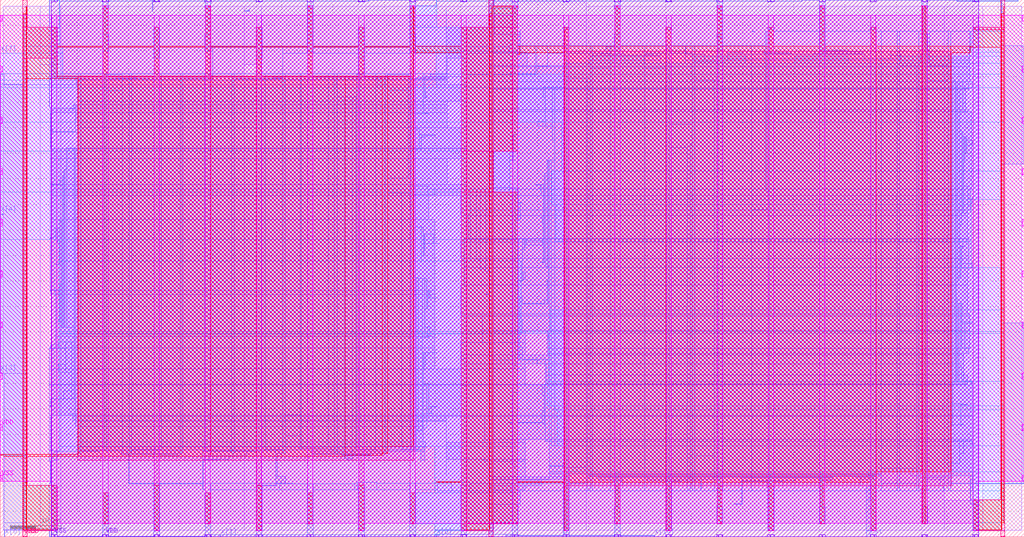
<source format=lef>
VERSION 5.8 ;
BUSBITCHARS "[]" ;
DIVIDERCHAR "/" ;
UNITS
    DATABASE MICRONS 2000 ;
END UNITS

VIA via1_2_560_340_1_1_300_300
  VIARULE Via1Array-0 ;
  CUTSIZE 0.07 0.07 ;
  LAYERS metal1 via1 metal2 ;
  CUTSPACING 0.08 0.08 ;
  ENCLOSURE 0.105 0.05 0.035 0.035 ;
END via1_2_560_340_1_1_300_300

VIA via2_3_560_340_1_1_320_320
  VIARULE Via2Array-0 ;
  CUTSIZE 0.07 0.07 ;
  LAYERS metal2 via2 metal3 ;
  CUTSPACING 0.09 0.09 ;
  ENCLOSURE 0.035 0.035 0.035 0.035 ;
END via2_3_560_340_1_1_320_320

VIA via3_4_560_340_1_1_320_320
  VIARULE Via3Array-0 ;
  CUTSIZE 0.07 0.07 ;
  LAYERS metal3 via3 metal4 ;
  CUTSPACING 0.09 0.09 ;
  ENCLOSURE 0.035 0.035 0.035 0.035 ;
END via3_4_560_340_1_1_320_320

VIA via4_5_560_340_1_1_600_600
  VIARULE Via4Array-0 ;
  CUTSIZE 0.14 0.14 ;
  LAYERS metal4 via4 metal5 ;
  CUTSPACING 0.16 0.16 ;
  ENCLOSURE 0 0 0 0 ;
END via4_5_560_340_1_1_600_600

VIA via5_6_560_340_1_1_600_600
  VIARULE Via5Array-0 ;
  CUTSIZE 0.14 0.14 ;
  LAYERS metal5 via5 metal6 ;
  CUTSPACING 0.16 0.16 ;
  ENCLOSURE 0 0 0.07 0 ;
END via5_6_560_340_1_1_600_600

VIA via1_2_2400_340_1_8_300_300
  VIARULE Via1Array-0 ;
  CUTSIZE 0.07 0.07 ;
  LAYERS metal1 via1 metal2 ;
  CUTSPACING 0.08 0.08 ;
  ENCLOSURE 0.04 0.05 0.035 0.035 ;
  ROWCOL 1 8 ;
END via1_2_2400_340_1_8_300_300

VIA via2_3_2400_920_3_7_320_320
  VIARULE Via2Array-0 ;
  CUTSIZE 0.07 0.07 ;
  LAYERS metal2 via2 metal3 ;
  CUTSPACING 0.09 0.09 ;
  ENCLOSURE 0.035 0.035 0.035 0.035 ;
  ROWCOL 3 7 ;
END via2_3_2400_920_3_7_320_320

VIA via3_4_2400_920_3_7_320_320
  VIARULE Via3Array-0 ;
  CUTSIZE 0.07 0.07 ;
  LAYERS metal3 via3 metal4 ;
  CUTSPACING 0.09 0.09 ;
  ENCLOSURE 0.035 0.035 0.035 0.035 ;
  ROWCOL 3 7 ;
END via3_4_2400_920_3_7_320_320

VIA via4_5_2400_920_2_4_600_600
  VIARULE Via4Array-0 ;
  CUTSIZE 0.14 0.14 ;
  LAYERS metal4 via4 metal5 ;
  CUTSPACING 0.16 0.16 ;
  ENCLOSURE 0 0 0 0 ;
  ROWCOL 2 4 ;
END via4_5_2400_920_2_4_600_600

VIA via5_6_2400_1120_2_4_600_600
  VIARULE Via5Array-0 ;
  CUTSIZE 0.14 0.14 ;
  LAYERS metal5 via5 metal6 ;
  CUTSPACING 0.16 0.16 ;
  ENCLOSURE 0 0 0 0 ;
  ROWCOL 2 4 ;
END via5_6_2400_1120_2_4_600_600

VIA via6_7_2400_1120_1_3_600_600
  VIARULE Via6Array-0 ;
  CUTSIZE 0.14 0.14 ;
  LAYERS metal6 via6 metal7 ;
  CUTSPACING 0.16 0.16 ;
  ENCLOSURE 0 0 0.13 0.13 ;
  ROWCOL 1 3 ;
END via6_7_2400_1120_1_3_600_600

VIA via7_8_2400_1320_1_1_1680_1680
  VIARULE Via7Array-0 ;
  CUTSIZE 0.4 0.4 ;
  LAYERS metal7 via7 metal8 ;
  CUTSPACING 0.44 0.44 ;
  ENCLOSURE 0 0 0.4 0 ;
END via7_8_2400_1320_1_1_1680_1680

VIA via6_7_560_2400_3_1_600_600
  VIARULE Via6Array-0 ;
  CUTSIZE 0.14 0.14 ;
  LAYERS metal6 via6 metal7 ;
  CUTSPACING 0.16 0.16 ;
  ENCLOSURE 0.07 0 0.13 0.23 ;
  ROWCOL 3 1 ;
END via6_7_560_2400_3_1_600_600

VIA via7_8_2400_2400_1_1_1680_1680
  VIARULE Via7Array-0 ;
  CUTSIZE 0.4 0.4 ;
  LAYERS metal7 via7 metal8 ;
  CUTSPACING 0.44 0.44 ;
  ENCLOSURE 0 0.4 0.4 0 ;
END via7_8_2400_2400_1_1_1680_1680

VIA via6_7_1120_2400_3_1_600_600
  VIARULE Via6Array-0 ;
  CUTSIZE 0.14 0.14 ;
  LAYERS metal6 via6 metal7 ;
  CUTSPACING 0.16 0.16 ;
  ENCLOSURE 0.21 0.23 0.21 0.23 ;
  ROWCOL 3 1 ;
END via6_7_1120_2400_3_1_600_600

MACRO top
  FOREIGN top 0 0 ;
  CLASS BLOCK ;
  SIZE 200 BY 105 ;
  PIN clk
    DIRECTION INPUT ;
    USE SIGNAL ;
    PORT
      LAYER metal3 ;
        RECT  199.93 41.755 200 41.825 ;
    END
  END clk
  PIN din
    DIRECTION INPUT ;
    USE SIGNAL ;
    PORT
      LAYER metal2 ;
        RECT  29.7 104.93 29.77 105 ;
    END
  END din
  PIN enable
    DIRECTION INPUT ;
    USE SIGNAL ;
    PORT
      LAYER metal3 ;
        RECT  199.93 72.835 200 72.905 ;
    END
  END enable
  PIN rst
    DIRECTION INPUT ;
    USE SIGNAL ;
    PORT
      LAYER metal2 ;
        RECT  169.92 0 169.99 0.07 ;
    END
  END rst
  PIN spike
    DIRECTION OUTPUT ;
    USE SIGNAL ;
    PORT
      LAYER metal2 ;
        RECT  114.44 104.93 114.51 105 ;
    END
  END spike
  PIN x[0]
    DIRECTION INPUT ;
    USE SIGNAL ;
    PORT
      LAYER metal2 ;
        RECT  0.82 0 0.89 0.07 ;
    END
  END x[0]
  PIN x[10]
    DIRECTION INPUT ;
    USE SIGNAL ;
    PORT
      LAYER metal2 ;
        RECT  127.74 0 127.81 0.07 ;
    END
  END x[10]
  PIN x[1]
    DIRECTION INPUT ;
    USE SIGNAL ;
    PORT
      LAYER metal2 ;
        RECT  43 0 43.07 0.07 ;
    END
  END x[1]
  PIN x[2]
    DIRECTION INPUT ;
    USE SIGNAL ;
    PORT
      LAYER metal2 ;
        RECT  156.62 104.93 156.69 105 ;
    END
  END x[2]
  PIN x[3]
    DIRECTION INPUT ;
    USE SIGNAL ;
    PORT
      LAYER metal3 ;
        RECT  0 31.955 0.07 32.025 ;
    END
  END x[3]
  PIN x[4]
    DIRECTION INPUT ;
    USE SIGNAL ;
    PORT
      LAYER metal3 ;
        RECT  0 63.035 0.07 63.105 ;
    END
  END x[4]
  PIN x[5]
    DIRECTION INPUT ;
    USE SIGNAL ;
    PORT
      LAYER metal2 ;
        RECT  198.8 104.93 198.87 105 ;
    END
  END x[5]
  PIN x[6]
    DIRECTION INPUT ;
    USE SIGNAL ;
    PORT
      LAYER metal2 ;
        RECT  85.18 0 85.25 0.07 ;
    END
  END x[6]
  PIN x[7]
    DIRECTION INPUT ;
    USE SIGNAL ;
    PORT
      LAYER metal3 ;
        RECT  0 94.395 0.07 94.465 ;
    END
  END x[7]
  PIN x[8]
    DIRECTION INPUT ;
    USE SIGNAL ;
    PORT
      LAYER metal2 ;
        RECT  71.88 104.93 71.95 105 ;
    END
  END x[8]
  PIN x[9]
    DIRECTION INPUT ;
    USE SIGNAL ;
    PORT
      LAYER metal3 ;
        RECT  199.93 10.395 200 10.465 ;
    END
  END x[9]
  PIN VSS
    DIRECTION INOUT ;
    USE GROUND ;
    PORT
      LAYER metal7 ;
        RECT  199.6 90.8 200 92 ;
        RECT  0 90.8 0.4 92 ;
        RECT  199.6 70.8 200 72 ;
        RECT  0 70.8 0.4 72 ;
        RECT  199.6 50.8 200 52 ;
        RECT  0 50.8 0.4 52 ;
        RECT  199.6 30.8 200 32 ;
        RECT  0 30.8 0.4 32 ;
        RECT  199.6 10.8 200 12 ;
        RECT  0 10.8 0.4 12 ;
      LAYER metal8 ;
        RECT  189.97 104.6 191.17 105 ;
        RECT  189.97 0 191.17 0.4 ;
        RECT  169.97 104.6 171.17 105 ;
        RECT  169.97 0 171.17 0.4 ;
        RECT  149.97 104.6 151.17 105 ;
        RECT  149.97 0 151.17 0.4 ;
        RECT  129.97 104.6 131.17 105 ;
        RECT  129.97 0 131.17 0.4 ;
        RECT  109.97 104.6 111.17 105 ;
        RECT  109.97 0 111.17 0.4 ;
        RECT  89.97 104.6 91.17 105 ;
        RECT  89.97 0 91.17 0.4 ;
        RECT  69.97 104.6 71.17 105 ;
        RECT  69.97 0 71.17 0.4 ;
        RECT  49.97 104.6 51.17 105 ;
        RECT  49.97 0 51.17 0.4 ;
        RECT  29.97 104.6 31.17 105 ;
        RECT  29.97 0 31.17 0.4 ;
        RECT  9.97 104.6 11.17 105 ;
        RECT  9.97 0 11.17 0.4 ;
      LAYER metal6 ;
        RECT  195.43 104.86 195.71 105 ;
        RECT  195.43 0 195.71 0.14 ;
        RECT  95.43 104.86 95.71 105 ;
        RECT  95.43 0 95.71 0.14 ;
        RECT  4.43 104.86 4.71 105 ;
        RECT  4.43 0 4.71 0.14 ;
    END
  END VSS
  PIN VDD
    DIRECTION INOUT ;
    USE POWER ;
    PORT
      LAYER metal7 ;
        RECT  199.6 100.8 200 102 ;
        RECT  0 100.8 0.4 102 ;
        RECT  199.6 80.8 200 82 ;
        RECT  0 80.8 0.4 82 ;
        RECT  199.6 60.8 200 62 ;
        RECT  0 60.8 0.4 62 ;
        RECT  199.6 40.8 200 42 ;
        RECT  0 40.8 0.4 42 ;
        RECT  199.6 20.8 200 22 ;
        RECT  0 20.8 0.4 22 ;
      LAYER metal8 ;
        RECT  179.97 104.6 181.17 105 ;
        RECT  179.97 0 181.17 0.4 ;
        RECT  159.97 104.6 161.17 105 ;
        RECT  159.97 0 161.17 0.4 ;
        RECT  139.97 104.6 141.17 105 ;
        RECT  139.97 0 141.17 0.4 ;
        RECT  119.97 104.6 121.17 105 ;
        RECT  119.97 0 121.17 0.4 ;
        RECT  99.97 104.6 101.17 105 ;
        RECT  99.97 0 101.17 0.4 ;
        RECT  79.97 104.6 81.17 105 ;
        RECT  79.97 0 81.17 0.4 ;
        RECT  59.97 104.6 61.17 105 ;
        RECT  59.97 0 61.17 0.4 ;
        RECT  39.97 104.6 41.17 105 ;
        RECT  39.97 0 41.17 0.4 ;
        RECT  19.97 104.6 21.17 105 ;
        RECT  19.97 0 21.17 0.4 ;
      LAYER metal6 ;
        RECT  195.99 104.86 196.27 105 ;
        RECT  195.99 0 196.27 0.14 ;
        RECT  95.99 104.86 96.27 105 ;
        RECT  95.99 0 96.27 0.14 ;
        RECT  4.99 104.86 5.27 105 ;
        RECT  4.99 0 5.27 0.14 ;
    END
  END VDD
  OBS
    LAYER metal1 ;
     RECT  0.57 1.315 7.79 103.685 ;
     RECT  7.79 1.315 11.84 89.265 ;
     RECT  7.79 92.315 11.84 103.685 ;
     RECT  11.84 1.315 47.63 103.685 ;
     RECT  47.63 1.315 50.98 89.425 ;
     RECT  47.63 92.315 50.98 103.685 ;
     RECT  50.98 1.315 96.39 103.685 ;
     RECT  96.39 1.315 114.51 104.965 ;
     RECT  114.51 1.315 184.43 103.685 ;
     RECT  184.43 1.315 191.9 7.085 ;
     RECT  184.43 10.395 191.9 103.685 ;
     RECT  191.9 1.315 199.5 103.685 ;
     RECT  199.5 10.395 199.82 10.465 ;
     RECT  199.5 95.935 199.82 96.005 ;
    LAYER metal2 ;
     RECT  169.16 0 169.8 0.035 ;
     RECT  85.18 0.035 85.25 0.245 ;
     RECT  127.74 0.035 127.81 0.245 ;
     RECT  43 0.035 43.07 0.385 ;
     RECT  9.56 0.035 9.63 1.17 ;
     RECT  169.16 0.035 169.99 1.17 ;
     RECT  0.82 0.035 0.89 1.33 ;
     RECT  0.82 1.33 4.64 2.73 ;
     RECT  95.5 1.33 95.64 2.73 ;
     RECT  99.975 2.57 101.165 2.73 ;
     RECT  195.5 1.33 195.64 2.73 ;
     RECT  119.975 2.57 121.165 5.83 ;
     RECT  139.975 2.57 141.165 5.83 ;
     RECT  159.975 2.57 161.165 5.83 ;
     RECT  179.975 2.57 181.165 5.83 ;
     RECT  95.5 2.73 101.165 6.335 ;
     RECT  189.975 1.17 191.165 6.335 ;
     RECT  143.32 6.335 144.91 6.405 ;
     RECT  109.975 1.17 111.165 7.23 ;
     RECT  169.16 1.17 171.165 7.23 ;
     RECT  189.49 6.335 191.165 7.23 ;
     RECT  19.975 2.57 21.165 8.63 ;
     RECT  39.975 2.57 41.165 8.63 ;
     RECT  59.975 2.57 61.165 8.63 ;
     RECT  79.975 2.57 81.165 8.63 ;
     RECT  95.5 6.335 101.59 9.135 ;
     RECT  95.5 9.135 102.54 9.94 ;
     RECT  149.975 1.17 151.165 9.94 ;
     RECT  169.16 7.23 169.99 9.94 ;
     RECT  184.36 8.995 184.43 9.94 ;
     RECT  49.975 1.17 51.165 9.975 ;
     RECT  9.56 1.17 11.165 10.03 ;
     RECT  29.975 1.17 31.165 10.03 ;
     RECT  49.975 9.975 53.9 10.03 ;
     RECT  69.975 1.17 71.165 10.03 ;
     RECT  89.975 1.17 91.165 10.03 ;
     RECT  53.83 10.03 53.9 10.395 ;
     RECT  195.5 2.73 196.2 10.395 ;
     RECT  53.83 10.395 57.13 10.465 ;
     RECT  9.56 10.03 9.82 10.535 ;
     RECT  129.975 1.17 131.165 10.815 ;
     RECT  144.84 6.405 144.91 10.815 ;
     RECT  149.975 9.94 152.89 10.815 ;
     RECT  119.95 9.94 121.54 10.955 ;
     RECT  129.64 10.815 132.94 10.955 ;
     RECT  136.86 9.135 136.93 10.955 ;
     RECT  144.84 10.815 152.89 10.955 ;
     RECT  162.13 10.815 162.2 10.955 ;
     RECT  95.5 9.94 105.77 11.095 ;
     RECT  119.76 10.955 121.54 11.095 ;
     RECT  160.04 10.955 162.2 11.095 ;
     RECT  189.49 7.23 189.56 11.095 ;
     RECT  95.5 11.095 107.29 11.27 ;
     RECT  126.41 10.955 136.93 11.27 ;
     RECT  168.02 9.94 169.99 11.27 ;
     RECT  183.6 9.94 184.43 11.27 ;
     RECT  144.84 10.955 155.36 11.515 ;
     RECT  159.85 11.095 162.58 11.515 ;
     RECT  116.91 11.095 121.54 11.655 ;
     RECT  126.41 11.27 140.68 11.655 ;
     RECT  144.84 11.515 162.58 11.655 ;
     RECT  168.02 11.27 170.68 11.655 ;
     RECT  180.22 11.27 184.43 11.655 ;
     RECT  95.5 11.27 110.68 11.725 ;
     RECT  116.91 11.655 162.58 11.795 ;
     RECT  167.07 11.655 170.68 11.795 ;
     RECT  53.83 10.465 55.8 11.865 ;
     RECT  115.01 11.795 170.68 11.935 ;
     RECT  180.22 11.655 184.62 11.935 ;
     RECT  189.49 11.095 189.94 11.935 ;
     RECT  115.01 11.935 172.08 12.215 ;
     RECT  107.22 11.725 110.68 12.355 ;
     RECT  114.82 12.215 172.08 12.355 ;
     RECT  107.22 12.355 172.08 12.67 ;
     RECT  177.9 11.935 189.94 12.67 ;
     RECT  9.75 10.535 9.82 14.735 ;
     RECT  95.5 11.725 102.54 14.735 ;
     RECT  9.56 14.735 9.82 14.98 ;
     RECT  39.58 9.135 39.65 14.98 ;
     RECT  39.58 14.98 41.17 15.015 ;
     RECT  68.46 14.98 68.72 15.015 ;
     RECT  39.58 15.015 42.69 15.155 ;
     RECT  87.08 11.795 87.15 15.17 ;
     RECT  94.68 14.735 102.54 15.17 ;
     RECT  39.58 15.155 44.78 15.855 ;
     RECT  67.89 15.015 68.72 15.855 ;
     RECT  66.75 15.855 72.33 15.995 ;
     RECT  25.14 10.395 25.21 16.135 ;
     RECT  31.03 15.855 34.71 16.135 ;
     RECT  66.56 15.995 72.33 16.135 ;
     RECT  23.62 16.135 34.71 16.31 ;
     RECT  53.83 11.865 54.09 16.31 ;
     RECT  60.86 16.135 72.33 16.31 ;
     RECT  15.22 16.31 15.68 16.695 ;
     RECT  39.58 15.855 48.2 16.695 ;
     RECT  60.86 16.31 75.68 16.695 ;
     RECT  82.14 14.98 82.97 16.695 ;
     RECT  9.56 14.98 11.15 16.765 ;
     RECT  15.22 16.695 19.13 16.835 ;
     RECT  23.62 16.31 35.68 16.835 ;
     RECT  39.58 16.695 49.72 16.835 ;
     RECT  53.83 16.31 55.68 16.835 ;
     RECT  15.22 16.835 35.68 16.975 ;
     RECT  39.58 16.835 55.68 16.975 ;
     RECT  60.86 16.695 82.97 16.975 ;
     RECT  15.22 16.975 82.97 17.535 ;
     RECT  87.08 15.17 102.54 18.43 ;
     RECT  15.22 17.535 83.16 18.585 ;
     RECT  107.22 12.67 189.94 18.655 ;
     RECT  94.68 18.43 102.54 19.075 ;
     RECT  106.46 18.655 189.94 19.075 ;
     RECT  15.22 18.585 82.59 21.595 ;
     RECT  14.69 21.595 82.59 22.575 ;
     RECT  87.08 18.43 87.15 22.575 ;
     RECT  14.69 22.575 87.15 22.715 ;
     RECT  14.12 22.715 87.15 23.57 ;
     RECT  94.68 19.075 189.94 23.57 ;
     RECT  9.56 16.765 9.82 23.695 ;
     RECT  14.12 23.57 189.94 23.695 ;
     RECT  9.56 23.695 189.94 29.645 ;
     RECT  9.56 29.645 188.99 29.785 ;
     RECT  106.46 29.785 188.99 29.925 ;
     RECT  106.65 29.925 188.99 31.605 ;
     RECT  0.82 2.73 5.2 31.955 ;
     RECT  9.56 29.785 102.54 32.865 ;
     RECT  89.975 32.865 102.54 33.775 ;
     RECT  106.65 31.605 188.23 33.775 ;
     RECT  89.975 33.775 188.23 35.525 ;
     RECT  106.84 35.525 188.23 35.875 ;
     RECT  106.84 35.875 189.18 36.855 ;
     RECT  9.56 32.865 84.87 36.925 ;
     RECT  89.975 35.525 102.54 38.03 ;
     RECT  10.7 36.925 84.87 39.165 ;
     RECT  94.11 38.03 102.54 40.355 ;
     RECT  106.84 36.855 189.37 40.355 ;
     RECT  195.5 10.395 199.82 41.825 ;
     RECT  94.11 40.355 189.37 43.17 ;
     RECT  89.975 43.17 189.37 43.575 ;
     RECT  10.89 39.165 84.87 47.355 ;
     RECT  10.7 47.355 84.87 48.195 ;
     RECT  89.975 43.575 188.99 49.23 ;
     RECT  90.69 49.23 188.99 52.675 ;
     RECT  90.69 52.675 189.18 54.37 ;
     RECT  89.975 54.37 189.18 57.63 ;
     RECT  90.69 57.63 189.18 58.205 ;
     RECT  91.45 58.205 189.18 58.275 ;
     RECT  9.75 48.195 84.87 61.985 ;
     RECT  91.45 58.275 188.99 62.77 ;
     RECT  89.975 62.77 188.99 63.875 ;
     RECT  9.75 61.985 83.73 66.675 ;
     RECT  89.975 63.875 189.56 66.675 ;
     RECT  9.75 66.675 189.56 67.935 ;
     RECT  9.75 67.935 189.75 68.005 ;
     RECT  9.75 68.005 91.165 68.83 ;
     RECT  195.5 41.825 196.2 72.835 ;
     RECT  9.75 68.83 87.34 73.97 ;
     RECT  9.75 73.97 91.165 75.845 ;
     RECT  14.12 75.845 91.165 75.985 ;
     RECT  15.22 75.985 91.165 80.03 ;
     RECT  15.22 80.03 87.34 81.095 ;
     RECT  9.75 75.845 9.82 82.915 ;
     RECT  14.69 81.095 87.34 82.915 ;
     RECT  95.5 68.005 189.75 83.125 ;
     RECT  95.5 83.125 188.99 83.545 ;
     RECT  9.75 82.915 87.34 83.825 ;
     RECT  9.75 83.825 9.82 83.965 ;
     RECT  9.56 83.965 9.82 84.035 ;
     RECT  14.31 83.825 87.34 84.525 ;
     RECT  15.22 84.525 87.34 85.17 ;
     RECT  95.5 83.545 188.61 87.535 ;
     RECT  95.5 87.535 188.99 87.605 ;
     RECT  15.22 85.17 91.165 88.375 ;
     RECT  14.88 88.375 91.165 88.43 ;
     RECT  0.06 31.955 5.2 88.445 ;
     RECT  95.5 87.605 189.18 88.935 ;
     RECT  14.88 88.43 87.34 89.25 ;
     RECT  14.88 89.25 41.55 89.425 ;
     RECT  46.04 89.25 87.34 89.425 ;
     RECT  14.88 89.425 16.85 89.565 ;
     RECT  21.34 89.425 28.82 89.565 ;
     RECT  46.04 89.425 55.23 89.565 ;
     RECT  79.86 89.425 87.34 89.565 ;
     RECT  9.56 84.035 9.63 89.635 ;
     RECT  14.88 89.565 14.95 89.635 ;
     RECT  22.48 89.565 26.54 89.705 ;
     RECT  35.97 89.425 41.55 89.705 ;
     RECT  53.07 89.565 55.23 89.705 ;
     RECT  26.09 89.705 26.54 89.845 ;
     RECT  46.99 89.565 47.06 89.845 ;
     RECT  53.26 89.705 55.23 89.845 ;
     RECT  60.29 89.425 75.56 89.845 ;
     RECT  81.57 89.565 87.34 89.845 ;
     RECT  26.28 89.845 26.54 89.98 ;
     RECT  39.77 89.705 41.55 89.98 ;
     RECT  9.56 89.635 14.95 89.985 ;
     RECT  26.47 89.98 26.54 89.985 ;
     RECT  40.72 89.98 41.55 90.125 ;
     RECT  75.49 89.845 75.56 90.265 ;
     RECT  69.6 89.845 71.165 90.405 ;
     RECT  0.06 88.445 0.13 90.545 ;
     RECT  84.04 89.845 87.34 90.545 ;
     RECT  95.5 88.935 189.37 91.945 ;
     RECT  95.5 91.945 110.68 92.085 ;
     RECT  110.22 92.085 110.68 92.61 ;
     RECT  115.01 91.945 189.37 92.61 ;
     RECT  115.01 92.61 128.95 93.205 ;
     RECT  133.82 92.61 189.37 93.205 ;
     RECT  141.99 93.205 175.88 93.485 ;
     RECT  87.08 90.545 87.34 93.57 ;
     RECT  115.22 93.205 128.95 94.01 ;
     RECT  185.22 93.205 189.37 94.01 ;
     RECT  115.77 94.01 128.95 94.185 ;
     RECT  173.91 93.485 175.88 94.185 ;
     RECT  126.22 94.185 127.43 94.325 ;
     RECT  133.82 93.205 137.5 94.325 ;
     RECT  141.99 93.485 168.85 94.325 ;
     RECT  179.8 93.205 181.39 94.325 ;
     RECT  117.48 94.185 122.11 94.465 ;
     RECT  127.36 94.325 127.43 94.465 ;
     RECT  149.21 94.325 154.6 94.465 ;
     RECT  158.9 94.325 168.28 94.465 ;
     RECT  173.91 94.185 173.98 94.465 ;
     RECT  55.16 89.845 55.23 94.605 ;
     RECT  141.99 94.325 144.91 94.605 ;
     RECT  149.21 94.465 154.03 94.605 ;
     RECT  95.5 92.085 102.92 94.745 ;
     RECT  159.975 94.465 168.28 94.885 ;
     RECT  117.48 94.465 121.165 94.94 ;
     RECT  149.21 94.605 149.85 94.94 ;
     RECT  179.975 94.325 181.39 94.94 ;
     RECT  41.48 90.125 41.55 94.97 ;
     RECT  159.975 94.885 165.43 95.165 ;
     RECT  39.975 94.97 41.55 95.865 ;
     RECT  118.24 94.94 121.165 95.865 ;
     RECT  133.82 94.325 133.89 95.865 ;
     RECT  189.3 94.01 189.37 96.005 ;
     RECT  195.5 72.835 199.82 96.005 ;
     RECT  19.975 94.97 21.165 98.23 ;
     RECT  39.975 95.865 41.165 98.23 ;
     RECT  59.975 94.97 61.165 98.23 ;
     RECT  79.975 94.97 81.165 98.23 ;
     RECT  95.5 94.745 101.59 98.23 ;
     RECT  119.975 95.865 121.165 98.23 ;
     RECT  139.975 97.77 141.165 98.23 ;
     RECT  159.975 95.165 161.165 98.23 ;
     RECT  179.975 94.94 181.165 98.23 ;
     RECT  101.52 98.23 101.59 98.805 ;
     RECT  146.93 98.735 147.38 98.805 ;
     RECT  9.56 89.985 11.165 99.63 ;
     RECT  29.975 93.57 31.165 99.63 ;
     RECT  49.975 93.57 51.165 99.63 ;
     RECT  69.975 90.405 71.165 99.63 ;
     RECT  87.08 93.57 91.165 99.63 ;
     RECT  109.975 99.17 111.165 99.63 ;
     RECT  129.975 99.17 131.165 99.63 ;
     RECT  149.975 99.17 151.165 99.63 ;
     RECT  169.975 99.17 171.165 99.63 ;
     RECT  189.975 99.17 191.165 99.63 ;
     RECT  4.5 88.445 5.2 102.27 ;
     RECT  95.5 98.23 96.46 102.27 ;
     RECT  195.5 96.005 196.2 102.27 ;
     RECT  47.75 102.795 48.77 102.865 ;
     RECT  48.32 102.865 48.77 103.005 ;
     RECT  87.08 99.63 87.15 103.005 ;
     RECT  96.06 102.27 96.46 103.37 ;
     RECT  5.06 102.27 5.2 103.67 ;
     RECT  96.06 103.37 101.165 103.67 ;
     RECT  196.06 102.27 196.2 103.67 ;
     RECT  19.975 103.37 21.165 103.83 ;
     RECT  39.975 103.37 41.165 103.83 ;
     RECT  59.975 103.37 61.165 103.83 ;
     RECT  79.975 103.37 81.165 103.83 ;
     RECT  96.39 103.67 101.165 103.83 ;
     RECT  119.975 103.37 121.165 103.83 ;
     RECT  139.975 103.37 141.165 103.83 ;
     RECT  159.975 103.37 161.165 103.83 ;
     RECT  179.975 103.37 181.165 103.83 ;
     RECT  9.56 99.63 9.63 104.965 ;
     RECT  29.7 102.795 29.77 104.965 ;
     RECT  71.88 104.755 71.95 104.965 ;
     RECT  96.39 103.83 96.46 104.965 ;
     RECT  114.44 104.755 114.51 104.965 ;
     RECT  156.62 104.755 156.69 104.965 ;
     RECT  198.8 104.755 198.87 104.965 ;
    LAYER metal3 ;
     RECT  0.035 31.955 0.13 32.025 ;
     RECT  0.035 94.395 0.13 94.465 ;
     RECT  0.035 63.035 0.69 63.105 ;
     RECT  0.06 90.475 0.82 90.545 ;
     RECT  0.82 88.375 4.5 90.545 ;
     RECT  4.5 1.33 4.64 102.27 ;
     RECT  4.64 2.73 5.06 102.27 ;
     RECT  5.06 2.73 5.2 103.67 ;
     RECT  9.75 25.515 9.88 25.585 ;
     RECT  9.56 36.855 9.88 36.925 ;
     RECT  9.75 48.195 9.88 48.265 ;
     RECT  9.58 58.135 9.88 58.205 ;
     RECT  9.86 68.915 9.88 68.985 ;
     RECT  9.88 25.515 9.95 26.985 ;
     RECT  9.95 26.215 10.01 26.985 ;
     RECT  9.56 0.035 10.02 0.105 ;
     RECT  9.88 79.135 10.21 79.765 ;
     RECT  9.88 58.135 10.89 58.625 ;
     RECT  10.89 53.235 11.08 53.305 ;
     RECT  10.89 58.135 11.08 60.305 ;
     RECT  10.02 0.035 11.12 10.03 ;
     RECT  10.02 93.57 11.12 99.63 ;
     RECT  11.08 57.855 11.27 60.445 ;
     RECT  11.27 33.635 11.46 33.705 ;
     RECT  9.88 36.855 11.46 37.625 ;
     RECT  11.27 42.455 11.46 42.525 ;
     RECT  9.56 104.895 11.54 104.965 ;
     RECT  11.08 16.695 11.61 16.765 ;
     RECT  11.46 42.035 11.65 42.525 ;
     RECT  9.88 47.495 11.65 48.265 ;
     RECT  11.08 53.235 11.65 53.725 ;
     RECT  11.27 57.435 11.65 60.445 ;
     RECT  9.88 68.775 11.65 68.985 ;
     RECT  11.65 42.035 11.84 49.385 ;
     RECT  11.84 40.915 12.03 49.385 ;
     RECT  11.65 53.235 12.03 61.845 ;
     RECT  12.03 40.915 12.22 61.845 ;
     RECT  12.03 65.835 12.22 65.905 ;
     RECT  11.65 68.775 12.22 69.685 ;
     RECT  10.01 26.915 12.41 26.985 ;
     RECT  12.22 40.915 12.41 70.245 ;
     RECT  12.41 40.915 12.6 71.785 ;
     RECT  11.46 32.095 12.79 33.705 ;
     RECT  11.46 36.855 12.79 38.045 ;
     RECT  12.6 40.915 12.98 71.925 ;
     RECT  13.55 23.695 13.74 23.765 ;
     RECT  12.41 26.915 13.93 28.525 ;
     RECT  12.79 32.095 13.93 38.045 ;
     RECT  13.74 23.695 14.12 24.045 ;
     RECT  13.55 83.755 14.31 83.825 ;
     RECT  13.93 26.915 14.5 38.045 ;
     RECT  12.98 40.915 14.5 75.985 ;
     RECT  14.12 22.715 14.69 24.045 ;
     RECT  14.5 26.915 14.69 75.985 ;
     RECT  10.21 79.135 14.69 79.205 ;
     RECT  14.31 83.755 14.69 84.525 ;
     RECT  14.69 21.595 15.22 75.985 ;
     RECT  14.69 79.135 15.22 84.525 ;
     RECT  5.2 88.375 15.22 90.545 ;
     RECT  15.22 16.31 15.68 90.545 ;
     RECT  11.12 0.035 20.02 0.105 ;
     RECT  11.54 104.755 20.02 104.965 ;
     RECT  15.68 16.975 20.345 90.545 ;
     RECT  20.345 16.835 20.68 90.545 ;
     RECT  20.02 0.035 21.12 8.63 ;
     RECT  20.02 94.97 21.12 98.23 ;
     RECT  20.02 103.37 21.12 104.965 ;
     RECT  20.68 16.835 23.81 87.185 ;
     RECT  20.68 90.335 23.81 90.545 ;
     RECT  23.81 16.835 25.22 90.545 ;
     RECT  25.22 16.31 25.68 90.545 ;
     RECT  21.12 0.035 30.02 0.105 ;
     RECT  25.14 10.395 30.02 10.465 ;
     RECT  30.02 0.035 31.12 10.465 ;
     RECT  30.02 93.57 31.12 99.63 ;
     RECT  25.68 17.115 31.41 90.545 ;
     RECT  31.41 16.975 35.22 90.545 ;
     RECT  35.22 16.31 35.68 90.545 ;
     RECT  31.12 10.395 39.58 10.465 ;
     RECT  35.68 16.975 39.96 90.545 ;
     RECT  31.12 0.035 40.02 0.105 ;
     RECT  39.58 9.135 40.02 10.465 ;
     RECT  21.12 104.755 40.02 104.965 ;
     RECT  40.02 0.035 41.12 10.465 ;
     RECT  40.02 94.97 41.12 98.23 ;
     RECT  40.02 103.37 41.12 104.965 ;
     RECT  39.96 16.835 45.22 90.545 ;
     RECT  45.22 16.31 45.68 90.545 ;
     RECT  41.12 0.035 50.02 0.385 ;
     RECT  41.12 9.135 50.02 10.465 ;
     RECT  41.12 95.795 50.02 95.865 ;
     RECT  50.02 0.035 51.12 10.465 ;
     RECT  50.02 93.57 51.12 99.63 ;
     RECT  45.68 16.835 51.81 90.545 ;
     RECT  51.12 9.135 54.635 10.465 ;
     RECT  51.12 95.795 55.16 95.865 ;
     RECT  51.81 17.115 55.22 90.545 ;
     RECT  55.22 16.31 55.68 90.545 ;
     RECT  55.68 16.975 58.58 19.705 ;
     RECT  55.68 23.835 58.58 90.545 ;
     RECT  58.58 16.975 58.84 90.545 ;
     RECT  51.12 0.035 60.02 0.385 ;
     RECT  54.635 9.135 60.02 10.325 ;
     RECT  55.16 94.535 60.02 95.865 ;
     RECT  41.12 104.755 60.02 104.965 ;
     RECT  60.02 0.035 61.12 10.325 ;
     RECT  60.02 94.535 61.12 98.23 ;
     RECT  60.02 103.37 61.12 104.965 ;
     RECT  58.84 17.255 64.09 90.545 ;
     RECT  64.09 17.115 65.22 90.545 ;
     RECT  65.22 16.31 65.87 90.545 ;
     RECT  65.87 16.31 67.26 85.925 ;
     RECT  67.26 15.295 68.72 85.925 ;
     RECT  61.12 9.135 69.265 10.325 ;
     RECT  68.72 16.975 69.41 85.925 ;
     RECT  69.41 16.975 69.6 86.065 ;
     RECT  65.87 89.495 69.6 90.545 ;
     RECT  69.265 9.135 69.78 10.465 ;
     RECT  61.12 0.035 70.02 0.385 ;
     RECT  69.78 9.135 70.02 10.605 ;
     RECT  61.12 94.535 70.02 95.865 ;
     RECT  69.6 16.975 70.24 90.545 ;
     RECT  70.02 0.035 71.12 10.605 ;
     RECT  70.02 93.57 71.12 99.63 ;
     RECT  61.12 104.755 71.95 104.965 ;
     RECT  70.24 17.115 73.4 90.545 ;
     RECT  71.12 9.135 73.535 10.605 ;
     RECT  73.4 16.975 75.22 90.545 ;
     RECT  75.22 16.31 75.68 90.545 ;
     RECT  75.68 16.975 78.41 67.165 ;
     RECT  75.68 70.175 79.67 87.325 ;
     RECT  75.68 90.335 79.67 90.545 ;
     RECT  71.12 0.035 80.02 0.385 ;
     RECT  73.535 9.135 80.02 10.465 ;
     RECT  71.12 94.535 80.02 95.865 ;
     RECT  71.95 104.895 80.02 104.965 ;
     RECT  78.41 17.115 80.22 67.165 ;
     RECT  79.67 70.175 80.22 90.545 ;
     RECT  80.22 17.115 80.68 90.545 ;
     RECT  80.68 75.775 80.69 90.545 ;
     RECT  80.02 0.035 81.12 10.465 ;
     RECT  80.02 94.535 81.12 98.23 ;
     RECT  80.02 103.37 81.12 104.965 ;
     RECT  80.68 17.115 81.26 50.645 ;
     RECT  81.26 20.755 81.64 50.645 ;
     RECT  81.26 17.115 81.76 17.605 ;
     RECT  80.69 75.775 81.83 79.765 ;
     RECT  80.68 53.935 82.21 60.585 ;
     RECT  81.83 75.775 82.21 78.645 ;
     RECT  81.64 20.755 82.4 50.505 ;
     RECT  82.4 21.315 82.59 36.085 ;
     RECT  82.21 54.915 82.59 60.585 ;
     RECT  80.69 82.775 82.59 90.545 ;
     RECT  82.59 32.795 82.78 36.085 ;
     RECT  82.59 54.915 82.78 59.185 ;
     RECT  82.59 82.775 82.78 82.985 ;
     RECT  81.76 16.975 82.97 17.605 ;
     RECT  82.4 38.955 82.97 50.505 ;
     RECT  82.78 56.175 82.97 59.185 ;
     RECT  82.21 78.015 82.97 78.645 ;
     RECT  82.59 85.855 82.97 90.545 ;
     RECT  82.97 17.535 83.16 17.605 ;
     RECT  82.78 33.635 83.16 36.085 ;
     RECT  82.97 85.855 83.16 87.045 ;
     RECT  82.59 21.315 83.35 29.925 ;
     RECT  82.97 44.555 83.35 50.505 ;
     RECT  83.16 85.855 83.35 85.925 ;
     RECT  83.16 35.315 83.54 36.085 ;
     RECT  82.97 38.955 83.54 40.985 ;
     RECT  83.35 44.555 83.54 48.125 ;
     RECT  80.68 66.955 83.54 68.565 ;
     RECT  82.78 82.775 83.54 82.845 ;
     RECT  83.35 24.115 83.73 29.925 ;
     RECT  83.54 46.655 83.73 48.125 ;
     RECT  83.54 39.235 83.92 40.985 ;
     RECT  83.73 46.655 83.92 47.985 ;
     RECT  83.54 35.875 83.93 36.085 ;
     RECT  83.73 29.855 84.11 29.925 ;
     RECT  83.92 40.915 84.11 40.985 ;
     RECT  82.97 89.915 84.11 90.545 ;
     RECT  83.73 24.115 84.3 25.445 ;
     RECT  82.97 57.295 84.68 59.185 ;
     RECT  83.54 66.955 84.88 68.005 ;
     RECT  82.97 78.435 84.88 78.645 ;
     RECT  81.12 0.035 84.9 0.385 ;
     RECT  84.88 78.435 84.97 78.505 ;
     RECT  81.12 104.895 85.18 104.965 ;
     RECT  84.9 0.035 85.25 0.525 ;
     RECT  84.3 25.375 85.25 25.445 ;
     RECT  83.93 36.015 85.25 36.085 ;
     RECT  81.12 9.135 85.46 10.465 ;
     RECT  83.92 46.655 85.53 46.725 ;
     RECT  84.88 67.935 85.53 68.005 ;
     RECT  85.25 0.315 85.81 0.525 ;
     RECT  84.68 57.295 85.81 57.365 ;
     RECT  85.46 8.995 88.165 10.465 ;
     RECT  85.81 0.455 90.02 0.525 ;
     RECT  88.165 8.995 90.02 10.605 ;
     RECT  84.11 89.915 90.02 90.405 ;
     RECT  81.12 94.535 90.02 95.865 ;
     RECT  90.02 54.37 90.69 57.63 ;
     RECT  90.02 0.455 91.12 10.605 ;
     RECT  90.02 15.17 91.12 18.43 ;
     RECT  90.02 23.57 91.12 29.63 ;
     RECT  90.02 34.77 91.12 38.03 ;
     RECT  90.02 43.17 91.12 49.23 ;
     RECT  90.02 62.77 91.12 68.83 ;
     RECT  90.02 73.97 91.12 80.03 ;
     RECT  90.02 85.17 91.12 90.405 ;
     RECT  90.02 93.57 91.12 99.63 ;
     RECT  91.12 8.995 91.69 10.605 ;
     RECT  90.69 54.37 91.83 58.205 ;
     RECT  91.12 62.77 91.83 68.005 ;
     RECT  91.83 54.37 92.97 68.005 ;
     RECT  92.97 54.215 93.73 68.005 ;
     RECT  93.73 52.395 94.87 68.005 ;
     RECT  91.12 0.455 95.5 0.525 ;
     RECT  91.69 8.995 95.5 10.465 ;
     RECT  94.87 47.355 95.5 47.425 ;
     RECT  94.87 51.975 95.5 68.005 ;
     RECT  91.12 90.335 95.5 90.405 ;
     RECT  91.12 94.535 95.5 95.865 ;
     RECT  85.18 104.755 95.5 104.965 ;
     RECT  95.5 0.455 96.2 104.965 ;
     RECT  96.2 0.455 98.665 0.525 ;
     RECT  96.2 90.335 99.24 90.405 ;
     RECT  96.2 94.535 99.46 95.865 ;
     RECT  98.665 0.175 100.02 0.525 ;
     RECT  96.2 8.995 100.02 10.465 ;
     RECT  99.24 22.295 100.02 22.365 ;
     RECT  96.2 34.615 100.02 68.285 ;
     RECT  99.46 73.535 100.02 73.605 ;
     RECT  99.24 90.335 100.02 90.545 ;
     RECT  99.46 94.535 100.02 96.005 ;
     RECT  96.2 104.755 100.02 104.965 ;
     RECT  100.02 73.535 100.26 78.63 ;
     RECT  100.02 33.37 100.64 68.285 ;
     RECT  100.02 0.175 101.12 10.465 ;
     RECT  100.02 13.77 101.12 28.23 ;
     RECT  100.64 33.37 101.12 59.03 ;
     RECT  100.26 75.37 101.12 78.63 ;
     RECT  100.02 83.77 101.12 90.545 ;
     RECT  100.02 94.535 101.12 98.23 ;
     RECT  100.02 103.37 101.12 104.965 ;
     RECT  101.12 34.615 101.21 58.205 ;
     RECT  100.64 61.915 101.21 68.145 ;
     RECT  101.21 34.615 101.49 46.865 ;
     RECT  101.21 61.915 101.59 65.345 ;
     RECT  101.49 39.935 101.78 46.865 ;
     RECT  101.49 34.615 101.97 37.065 ;
     RECT  101.78 39.935 101.97 42.525 ;
     RECT  101.78 45.535 101.97 46.865 ;
     RECT  101.21 50.155 101.97 58.205 ;
     RECT  101.59 65.275 101.97 65.345 ;
     RECT  101.97 50.155 102.16 51.765 ;
     RECT  101.97 56.175 102.35 58.205 ;
     RECT  102.16 50.295 102.54 51.765 ;
     RECT  102.35 56.595 102.54 58.205 ;
     RECT  102.54 57.015 102.73 58.205 ;
     RECT  101.12 90.335 104.56 90.545 ;
     RECT  101.12 94.535 104.56 96.005 ;
     RECT  104.56 90.335 104.85 96.005 ;
     RECT  101.97 34.615 104.88 34.685 ;
     RECT  104.78 81.095 104.88 81.165 ;
     RECT  104.37 68.775 105.51 68.845 ;
     RECT  105.51 67.655 105.7 68.845 ;
     RECT  101.12 22.295 105.89 22.365 ;
     RECT  105.7 29.715 105.89 29.785 ;
     RECT  102.73 57.015 105.89 57.925 ;
     RECT  105.51 62.475 105.89 62.545 ;
     RECT  105.51 53.655 106.08 53.725 ;
     RECT  105.89 57.015 106.08 58.345 ;
     RECT  105.89 61.215 106.08 62.545 ;
     RECT  105.7 66.675 106.08 68.845 ;
     RECT  105.89 85.995 106.08 86.065 ;
     RECT  105.89 22.295 106.27 24.745 ;
     RECT  105.89 27.615 106.27 29.785 ;
     RECT  101.97 45.535 106.27 45.605 ;
     RECT  106.08 53.655 106.27 68.845 ;
     RECT  106.27 21.875 106.46 29.785 ;
     RECT  104.88 33.775 106.46 34.685 ;
     RECT  106.27 53.655 106.46 71.085 ;
     RECT  104.88 80.255 106.46 81.165 ;
     RECT  106.08 85.995 106.46 87.885 ;
     RECT  106.27 45.535 106.84 46.305 ;
     RECT  106.65 49.875 106.84 49.945 ;
     RECT  106.46 52.815 106.84 71.085 ;
     RECT  104.85 92.015 106.91 96.005 ;
     RECT  106.84 38.955 107.03 39.025 ;
     RECT  106.84 45.535 107.03 49.945 ;
     RECT  106.84 52.815 107.03 73.465 ;
     RECT  106.46 18.655 107.22 34.685 ;
     RECT  107.03 38.675 107.22 40.145 ;
     RECT  107.03 45.535 107.22 73.605 ;
     RECT  107.22 18.655 107.6 73.605 ;
     RECT  106.46 80.255 107.79 87.885 ;
     RECT  107.6 17.815 108.36 73.605 ;
     RECT  107.79 77.595 108.36 87.885 ;
     RECT  101.12 0.175 110.02 0.245 ;
     RECT  101.12 8.995 110.02 10.465 ;
     RECT  108.36 17.815 110.07 87.885 ;
     RECT  110.02 0.175 110.22 10.465 ;
     RECT  107.22 13.755 110.22 13.825 ;
     RECT  110.07 17.815 110.22 89.145 ;
     RECT  106.91 94.535 110.22 96.005 ;
     RECT  110.22 0.175 110.68 96.005 ;
     RECT  110.68 0.175 111.12 10.465 ;
     RECT  110.02 99.17 111.12 99.63 ;
     RECT  111.12 8.995 114.63 10.465 ;
     RECT  110.68 13.615 114.63 89.705 ;
     RECT  114.63 8.995 115.22 89.705 ;
     RECT  110.68 94.535 115.22 96.005 ;
     RECT  115.22 8.995 115.68 96.005 ;
     RECT  115.68 8.995 119.19 91.665 ;
     RECT  115.68 94.535 119.19 96.005 ;
     RECT  111.12 0.175 120.02 0.245 ;
     RECT  119.19 8.995 120.02 96.005 ;
     RECT  101.12 104.755 120.02 104.965 ;
     RECT  120.02 0.175 121.12 5.83 ;
     RECT  120.02 8.995 121.12 98.23 ;
     RECT  120.02 103.37 121.12 104.965 ;
     RECT  121.12 8.995 125.91 96.005 ;
     RECT  121.12 0.175 127.81 0.245 ;
     RECT  125.91 8.995 130.02 91.665 ;
     RECT  130.02 1.17 130.22 91.665 ;
     RECT  125.91 94.535 130.22 96.005 ;
     RECT  130.22 1.17 130.68 96.005 ;
     RECT  130.68 1.17 131.12 76.125 ;
     RECT  130.02 99.17 131.12 99.63 ;
     RECT  131.12 8.995 134.2 76.125 ;
     RECT  134.2 8.995 134.77 76.405 ;
     RECT  134.77 8.995 135.22 76.545 ;
     RECT  130.68 80.675 135.22 90.405 ;
     RECT  130.68 94.535 135.22 96.005 ;
     RECT  135.22 8.995 135.68 96.005 ;
     RECT  135.68 8.995 139.52 15.785 ;
     RECT  135.68 18.655 139.52 89.285 ;
     RECT  135.68 92.855 140.02 96.005 ;
     RECT  121.12 104.755 140.02 104.965 ;
     RECT  139.52 8.995 140.22 89.285 ;
     RECT  140.02 92.855 140.22 98.23 ;
     RECT  140.02 2.57 141.12 5.83 ;
     RECT  140.22 8.995 141.12 98.23 ;
     RECT  140.02 103.37 141.12 104.965 ;
     RECT  141.12 8.995 146.81 96.005 ;
     RECT  146.81 67.935 149.4 96.005 ;
     RECT  149.4 67.935 149.74 98.805 ;
     RECT  149.74 67.655 149.78 98.805 ;
     RECT  146.81 8.995 150.02 63.945 ;
     RECT  149.78 67.515 150.02 98.805 ;
     RECT  150.02 1.17 150.22 63.945 ;
     RECT  150.02 67.515 150.22 99.63 ;
     RECT  150.22 1.17 151.12 99.63 ;
     RECT  141.12 104.755 156.69 104.965 ;
     RECT  156.69 104.895 160.02 104.965 ;
     RECT  160.02 2.57 161.12 5.83 ;
     RECT  160.02 103.37 161.12 104.965 ;
     RECT  151.12 8.995 170.02 98.805 ;
     RECT  170.02 1.17 171.12 99.63 ;
     RECT  171.12 8.995 172.08 98.805 ;
     RECT  172.08 8.995 175.22 10.465 ;
     RECT  172.08 13.335 175.22 98.805 ;
     RECT  175.22 8.995 175.68 98.805 ;
     RECT  175.68 8.995 179.04 10.465 ;
     RECT  175.68 13.335 179.04 92.085 ;
     RECT  179.04 8.995 179.42 92.085 ;
     RECT  175.68 95.935 179.42 98.805 ;
     RECT  161.12 104.895 180.02 104.965 ;
     RECT  179.42 8.995 181.01 98.805 ;
     RECT  180.02 2.57 181.12 5.83 ;
     RECT  180.02 103.37 181.12 104.965 ;
     RECT  181.01 92.015 181.58 98.805 ;
     RECT  181.01 8.995 185.22 89.145 ;
     RECT  181.58 92.015 185.22 92.225 ;
     RECT  181.58 95.935 185.22 98.805 ;
     RECT  185.22 8.995 185.68 98.805 ;
     RECT  185.68 21.875 185.95 89.145 ;
     RECT  185.95 30.275 186.52 89.145 ;
     RECT  186.52 30.275 186.71 89.005 ;
     RECT  181.12 104.895 186.865 104.965 ;
     RECT  186.71 30.275 186.9 46.585 ;
     RECT  186.865 104.755 186.935 104.965 ;
     RECT  186.71 49.735 187.09 89.005 ;
     RECT  186.9 30.275 187.28 45.605 ;
     RECT  185.68 14.315 187.47 18.725 ;
     RECT  187.09 50.575 187.47 89.005 ;
     RECT  185.95 21.875 187.66 26.005 ;
     RECT  187.28 36.435 187.66 45.605 ;
     RECT  187.47 50.575 187.66 56.805 ;
     RECT  187.66 25.795 187.85 26.005 ;
     RECT  187.28 30.275 187.85 33.145 ;
     RECT  187.66 36.855 187.85 45.605 ;
     RECT  187.66 52.535 187.85 56.805 ;
     RECT  187.47 61.075 187.85 79.345 ;
     RECT  187.85 45.535 188.04 45.605 ;
     RECT  187.85 63.315 188.04 79.345 ;
     RECT  187.47 83.055 188.04 89.005 ;
     RECT  187.47 16.275 188.23 18.725 ;
     RECT  187.66 21.875 188.23 21.945 ;
     RECT  187.85 30.275 188.23 32.165 ;
     RECT  187.85 56.735 188.23 56.805 ;
     RECT  188.04 63.315 188.23 78.225 ;
     RECT  187.85 36.855 188.42 41.965 ;
     RECT  188.23 73.395 188.42 78.225 ;
     RECT  188.42 74.935 188.61 78.225 ;
     RECT  188.04 83.055 188.61 84.805 ;
     RECT  188.61 74.935 188.8 77.945 ;
     RECT  187.85 25.795 188.99 25.865 ;
     RECT  188.23 63.315 188.99 68.565 ;
     RECT  188.61 83.055 188.99 83.125 ;
     RECT  188.42 36.855 189.37 36.925 ;
     RECT  185.68 95.935 189.37 98.805 ;
     RECT  188.99 63.875 189.56 66.045 ;
     RECT  189.37 98.735 189.69 98.805 ;
     RECT  188.23 30.275 189.81 30.485 ;
     RECT  188.23 17.815 189.88 18.725 ;
     RECT  189.81 29.575 189.88 30.485 ;
     RECT  188.42 41.755 189.88 41.965 ;
     RECT  187.85 52.535 189.88 53.445 ;
     RECT  189.56 65.135 189.88 66.045 ;
     RECT  188.8 76.615 189.88 77.525 ;
     RECT  188.04 87.675 189.88 89.005 ;
     RECT  189.88 29.575 189.94 29.645 ;
     RECT  185.68 8.995 189.97 10.465 ;
     RECT  189.88 52.535 189.97 52.605 ;
     RECT  189.88 65.975 189.97 66.045 ;
     RECT  190.02 1.17 191.12 7.23 ;
     RECT  190.02 99.17 191.12 99.63 ;
     RECT  189.97 10.395 195.5 10.465 ;
     RECT  186.935 104.755 195.5 104.825 ;
     RECT  195.5 1.33 195.64 104.825 ;
     RECT  195.64 2.73 196.2 104.825 ;
     RECT  196.2 104.755 198.87 104.825 ;
     RECT  196.2 10.395 199.965 10.465 ;
     RECT  199.75 41.755 199.965 41.825 ;
     RECT  199.75 72.835 199.965 72.905 ;
    LAYER metal4 ;
     RECT  85.705 0.28 85.845 0.42 ;
     RECT  84.865 0.42 85.845 1.17 ;
     RECT  10.02 1.17 11.12 1.33 ;
     RECT  84.865 1.17 91.12 1.33 ;
     RECT  190.02 1.17 191.12 1.33 ;
     RECT  84.865 1.33 95.64 2.57 ;
     RECT  190.02 1.33 195.64 2.73 ;
     RECT  120.02 2.57 121.12 5.83 ;
     RECT  140.02 2.57 141.12 5.83 ;
     RECT  160.02 2.57 161.12 5.83 ;
     RECT  180.02 2.57 181.12 5.83 ;
     RECT  110.02 1.17 111.12 7.23 ;
     RECT  20.02 2.57 21.12 8.63 ;
     RECT  40.02 2.57 41.12 8.63 ;
     RECT  60.02 2.57 61.12 8.63 ;
     RECT  80.02 2.57 101.12 8.63 ;
     RECT  190.02 2.73 196.2 8.96 ;
     RECT  4.5 1.33 11.12 10.03 ;
     RECT  30.02 1.17 31.12 10.03 ;
     RECT  50.02 1.17 51.12 10.03 ;
     RECT  70.02 1.17 71.12 10.03 ;
     RECT  170.02 1.17 171.12 12.04 ;
     RECT  110.22 7.23 111.12 12.67 ;
     RECT  120.22 5.83 120.68 12.67 ;
     RECT  130.02 1.17 131.12 12.67 ;
     RECT  140.22 5.83 140.68 12.67 ;
     RECT  150.02 1.17 151.12 12.67 ;
     RECT  160.22 5.83 160.68 12.67 ;
     RECT  169.585 12.04 171.12 12.67 ;
     RECT  180.22 5.83 180.68 12.67 ;
     RECT  189.865 8.96 196.2 12.67 ;
     RECT  4.5 10.03 5.2 15.68 ;
     RECT  0.585 15.68 5.2 15.96 ;
     RECT  67.225 15.26 67.365 16.31 ;
     RECT  15.22 16.31 15.68 16.66 ;
     RECT  45.22 16.31 45.68 16.94 ;
     RECT  11.505 16.66 15.68 17.71 ;
     RECT  25.22 16.31 25.68 17.71 ;
     RECT  35.22 16.31 35.68 17.71 ;
     RECT  44.905 16.94 45.68 17.71 ;
     RECT  55.22 16.31 55.68 17.71 ;
     RECT  65.22 16.31 67.365 17.71 ;
     RECT  75.22 16.31 75.68 17.71 ;
     RECT  84.865 8.63 101.12 17.71 ;
     RECT  110.22 12.67 196.2 17.78 ;
     RECT  108.825 17.78 196.2 24.78 ;
     RECT  108.265 24.78 196.2 25.62 ;
     RECT  106.865 25.62 196.2 30.38 ;
     RECT  11.505 17.71 101.12 39.62 ;
     RECT  11.505 39.62 101.245 39.76 ;
     RECT  107.145 30.38 196.2 39.76 ;
     RECT  11.505 39.76 196.2 40.18 ;
     RECT  107.425 40.18 196.2 44.38 ;
     RECT  110.22 44.38 196.2 52.64 ;
     RECT  11.505 40.18 101.805 53.9 ;
     RECT  110.22 52.64 189.725 57.68 ;
     RECT  0.025 15.96 5.2 58.1 ;
     RECT  11.505 53.9 101.12 58.1 ;
     RECT  108.545 57.68 189.725 64.96 ;
     RECT  107.705 64.96 189.725 65.94 ;
     RECT  195.5 52.64 196.2 65.94 ;
     RECT  0.025 58.1 101.12 67.43 ;
     RECT  107.705 65.94 196.2 71.54 ;
     RECT  0.025 67.43 99.565 75.37 ;
     RECT  0.025 75.37 101.12 81.06 ;
     RECT  109.665 71.54 196.2 81.06 ;
     RECT  0.025 81.06 196.2 87.85 ;
     RECT  0.025 87.85 15.68 89.25 ;
     RECT  25.22 87.85 25.68 89.25 ;
     RECT  35.22 87.85 35.68 89.25 ;
     RECT  45.22 87.85 45.68 89.25 ;
     RECT  55.22 87.85 55.68 89.25 ;
     RECT  65.22 87.85 65.68 89.25 ;
     RECT  73.745 87.85 75.68 89.25 ;
     RECT  73.745 89.25 73.885 89.74 ;
     RECT  85.145 87.85 196.2 90.44 ;
     RECT  110.22 90.44 196.2 92.61 ;
     RECT  115.22 92.61 125.68 94.01 ;
     RECT  135.22 92.61 145.68 94.01 ;
     RECT  155.22 92.61 165.68 94.01 ;
     RECT  175.22 92.61 196.2 94.01 ;
     RECT  0.025 89.25 12.205 94.5 ;
     RECT  189.305 94.01 196.2 94.78 ;
     RECT  85.145 90.44 101.12 94.97 ;
     RECT  4.5 94.5 12.205 95.9 ;
     RECT  189.585 94.78 196.2 98.84 ;
     RECT  4.5 95.9 11.645 99.63 ;
     RECT  30.02 93.57 31.12 99.63 ;
     RECT  50.02 93.57 51.12 99.63 ;
     RECT  70.02 93.57 71.12 99.63 ;
     RECT  80.02 94.97 101.12 99.63 ;
     RECT  110.02 99.17 111.12 99.63 ;
     RECT  130.02 99.17 131.12 99.63 ;
     RECT  150.02 99.17 151.12 99.63 ;
     RECT  170.02 99.17 171.12 99.63 ;
     RECT  190.02 98.84 196.2 99.63 ;
     RECT  4.5 99.63 5.2 102.27 ;
     RECT  95.5 99.63 101.12 102.27 ;
     RECT  195.5 99.63 196.2 102.27 ;
     RECT  5.06 102.27 5.2 103.67 ;
     RECT  96.06 102.27 101.12 103.67 ;
     RECT  196.06 102.27 196.2 103.67 ;
     RECT  20.02 94.97 21.12 103.83 ;
     RECT  40.02 94.97 41.12 103.83 ;
     RECT  60.02 94.97 61.12 103.83 ;
     RECT  80.02 99.63 85.285 103.83 ;
     RECT  100.02 103.67 101.12 103.83 ;
     RECT  120.02 94.01 121.12 103.83 ;
     RECT  140.02 94.01 141.12 103.83 ;
     RECT  160.02 94.01 161.12 103.83 ;
     RECT  180.02 94.01 181.12 103.83 ;
     RECT  11.505 99.63 11.645 104.86 ;
     RECT  85.145 103.83 85.285 104.86 ;
    LAYER metal5 ;
     RECT  0.025 15.96 0.585 16.1 ;
     RECT  0.585 15.68 4.5 16.1 ;
     RECT  4.5 1.33 5.06 102.27 ;
     RECT  5.06 1.33 5.2 103.67 ;
     RECT  5.2 1.33 10.05 10.02 ;
     RECT  10.05 1.18 11.09 10.02 ;
     RECT  5.2 89.6 11.09 99.62 ;
     RECT  5.2 15.68 15.23 16.1 ;
     RECT  11.09 89.6 15.23 90.02 ;
     RECT  15.23 15.68 20.05 90.02 ;
     RECT  11.09 95.76 20.05 95.9 ;
     RECT  20.05 2.58 21.09 8.62 ;
     RECT  20.05 15.68 21.09 103.82 ;
     RECT  21.09 15.68 30.05 90.02 ;
     RECT  21.09 95.76 30.05 95.9 ;
     RECT  30.05 1.18 31.09 10.02 ;
     RECT  30.05 15.68 31.09 99.62 ;
     RECT  31.09 15.68 40.05 90.02 ;
     RECT  31.09 95.76 40.05 95.9 ;
     RECT  40.05 2.58 41.09 8.62 ;
     RECT  40.05 15.68 41.09 103.82 ;
     RECT  41.09 15.68 50.05 90.02 ;
     RECT  41.09 95.76 50.05 95.9 ;
     RECT  50.05 1.18 51.09 10.02 ;
     RECT  50.05 15.68 51.09 99.62 ;
     RECT  51.09 15.68 60.05 90.02 ;
     RECT  51.09 95.76 60.05 95.9 ;
     RECT  60.05 2.58 61.09 8.62 ;
     RECT  60.05 15.68 61.09 103.82 ;
     RECT  61.09 15.68 67.365 90.02 ;
     RECT  67.365 15.96 70.05 90.02 ;
     RECT  61.09 95.76 70.05 95.9 ;
     RECT  70.05 1.18 71.09 10.02 ;
     RECT  70.05 15.96 71.09 99.62 ;
     RECT  71.09 15.96 74.645 90.02 ;
     RECT  74.645 16.31 75.67 90.02 ;
     RECT  75.67 17.71 80.05 90.02 ;
     RECT  71.09 95.76 80.05 95.9 ;
     RECT  80.05 17.71 80.67 103.82 ;
     RECT  80.67 89.88 80.805 103.82 ;
     RECT  80.05 2.58 81.09 8.62 ;
     RECT  80.805 94.64 81.09 103.82 ;
     RECT  85.145 10.64 90.05 10.78 ;
     RECT  81.09 94.64 90.05 95.9 ;
     RECT  90.05 1.18 91.09 99.62 ;
     RECT  91.09 1.33 95.5 99.62 ;
     RECT  95.5 1.33 95.64 102.27 ;
     RECT  95.64 2.58 96.06 102.27 ;
     RECT  96.06 2.58 96.2 103.67 ;
     RECT  96.2 75.38 100.05 103.67 ;
     RECT  96.2 2.58 101.09 67.42 ;
     RECT  100.05 75.38 101.09 103.82 ;
     RECT  101.09 94.36 101.525 95.9 ;
     RECT  101.09 10.64 110.05 10.78 ;
     RECT  101.525 94.64 110.05 95.9 ;
     RECT  110.05 1.18 110.23 10.78 ;
     RECT  110.05 94.64 110.23 99.62 ;
     RECT  110.23 1.18 111.09 99.62 ;
     RECT  111.09 10.64 120.05 95.9 ;
     RECT  120.05 2.58 121.09 103.82 ;
     RECT  121.09 10.64 130.05 95.9 ;
     RECT  130.05 1.18 131.09 99.62 ;
     RECT  131.09 10.64 140.05 95.9 ;
     RECT  140.05 2.58 141.09 103.82 ;
     RECT  141.09 10.64 150.05 95.9 ;
     RECT  150.05 1.18 151.09 99.62 ;
     RECT  151.09 10.64 160.05 95.9 ;
     RECT  160.05 2.58 161.09 103.82 ;
     RECT  161.09 10.64 170.05 95.9 ;
     RECT  170.05 1.18 171.09 99.62 ;
     RECT  171.09 12.67 180.05 95.9 ;
     RECT  180.05 2.58 180.23 5.82 ;
     RECT  180.05 12.67 180.23 103.82 ;
     RECT  180.23 2.58 180.67 103.82 ;
     RECT  180.67 2.58 181.09 5.82 ;
     RECT  180.67 12.67 181.09 103.82 ;
     RECT  181.09 12.67 185.67 95.9 ;
     RECT  185.67 94.64 189.445 95.9 ;
     RECT  189.445 95.76 190.05 95.9 ;
     RECT  190.05 1.18 191.09 7.22 ;
     RECT  191.09 1.33 195.5 7.22 ;
     RECT  190.05 95.76 195.5 99.62 ;
     RECT  195.5 1.33 195.64 102.27 ;
     RECT  195.64 2.73 196.06 102.27 ;
     RECT  196.06 2.73 196.2 103.67 ;
    LAYER metal6 ;
     RECT  4.43 0 5.27 1.18 ;
     RECT  95.43 0 96.27 1.18 ;
     RECT  195.43 0 196.27 1.18 ;
     RECT  90.05 1.18 96.27 2.58 ;
     RECT  110.05 1.18 111.09 7.22 ;
     RECT  190.05 1.18 196.27 7.22 ;
     RECT  20.05 2.58 21.09 8.62 ;
     RECT  40.05 2.58 41.09 8.62 ;
     RECT  60.05 2.58 61.09 8.62 ;
     RECT  80.05 2.58 81.09 8.62 ;
     RECT  110.17 7.22 111.09 9.94 ;
     RECT  120.05 2.58 121.09 9.94 ;
     RECT  130.05 1.18 131.09 9.94 ;
     RECT  140.05 2.58 141.09 9.94 ;
     RECT  150.05 1.18 151.09 9.94 ;
     RECT  160.05 2.58 161.09 9.94 ;
     RECT  170.05 1.18 171.09 9.94 ;
     RECT  180.05 2.58 181.09 9.94 ;
     RECT  4.43 1.18 11.09 10.02 ;
     RECT  30.05 1.18 31.09 14.98 ;
     RECT  50.05 1.18 51.09 14.98 ;
     RECT  70.05 1.18 71.09 14.98 ;
     RECT  90.05 2.58 101.09 67.42 ;
     RECT  90.05 67.42 96.27 75.38 ;
     RECT  15.17 14.98 80.73 89.98 ;
     RECT  4.43 10.02 5.27 93.58 ;
     RECT  110.17 9.94 185.73 94.94 ;
     RECT  80.05 89.98 80.73 94.98 ;
     RECT  110.17 94.94 111.09 99.18 ;
     RECT  195.43 7.22 196.27 99.18 ;
     RECT  4.43 93.58 11.09 99.62 ;
     RECT  30.05 89.98 31.09 99.62 ;
     RECT  50.05 89.98 51.09 99.62 ;
     RECT  70.05 89.98 71.09 99.62 ;
     RECT  90.05 75.38 101.09 99.62 ;
     RECT  110.05 99.18 111.09 99.62 ;
     RECT  130.05 94.94 131.09 99.62 ;
     RECT  150.05 94.94 151.09 99.62 ;
     RECT  170.05 94.94 171.09 99.62 ;
     RECT  190.05 99.18 196.27 99.62 ;
     RECT  20.05 89.98 21.09 103.82 ;
     RECT  40.05 89.98 41.09 103.82 ;
     RECT  60.05 89.98 61.09 103.82 ;
     RECT  80.05 94.98 81.09 103.82 ;
     RECT  95.43 99.62 101.09 103.82 ;
     RECT  120.05 94.94 121.09 103.82 ;
     RECT  140.05 94.94 141.09 103.82 ;
     RECT  160.05 94.94 161.09 103.82 ;
     RECT  180.05 94.94 181.09 103.82 ;
     RECT  4.43 99.62 5.27 105 ;
     RECT  95.43 103.82 96.27 105 ;
     RECT  195.43 99.62 196.27 105 ;
    LAYER metal7 ;
     RECT  0 10.8 10.07 102 ;
     RECT  10.07 1.2 11.07 102 ;
     RECT  11.07 2.6 20.07 102 ;
     RECT  20.07 2.6 21.07 103.8 ;
     RECT  21.07 2.6 30.07 102 ;
     RECT  30.07 1.2 31.07 102 ;
     RECT  31.07 2.6 40.07 102 ;
     RECT  40.07 2.6 41.07 103.8 ;
     RECT  41.07 2.6 50.07 102 ;
     RECT  50.07 1.2 51.07 102 ;
     RECT  51.07 2.6 60.07 102 ;
     RECT  60.07 2.6 61.07 103.8 ;
     RECT  61.07 2.6 70.07 102 ;
     RECT  70.07 1.2 71.07 102 ;
     RECT  71.07 2.6 80.07 102 ;
     RECT  80.07 2.6 81.07 103.8 ;
     RECT  81.07 2.6 90.07 102 ;
     RECT  90.07 1.2 91.07 102 ;
     RECT  91.07 2.6 100.07 102 ;
     RECT  100.07 2.6 101.07 103.8 ;
     RECT  101.07 2.6 110.07 102 ;
     RECT  110.07 1.2 111.07 102 ;
     RECT  111.07 2.6 120.07 102 ;
     RECT  120.07 2.6 121.07 103.8 ;
     RECT  121.07 2.6 130.07 102 ;
     RECT  130.07 1.2 131.07 102 ;
     RECT  131.07 2.6 140.07 102 ;
     RECT  140.07 2.6 141.07 103.8 ;
     RECT  141.07 2.6 150.07 102 ;
     RECT  150.07 1.2 151.07 102 ;
     RECT  151.07 2.6 160.07 102 ;
     RECT  160.07 2.6 161.07 103.8 ;
     RECT  161.07 2.6 170.07 102 ;
     RECT  170.07 1.2 171.07 102 ;
     RECT  171.07 2.6 180.07 102 ;
     RECT  180.07 2.6 181.07 103.8 ;
     RECT  181.07 2.6 190.07 102 ;
     RECT  190.07 1.2 191.07 102 ;
     RECT  191.07 10.8 200 102 ;
    LAYER metal8 ;
     RECT  9.97 0 191.17 105 ;
  END
END top
END LIBRARY

</source>
